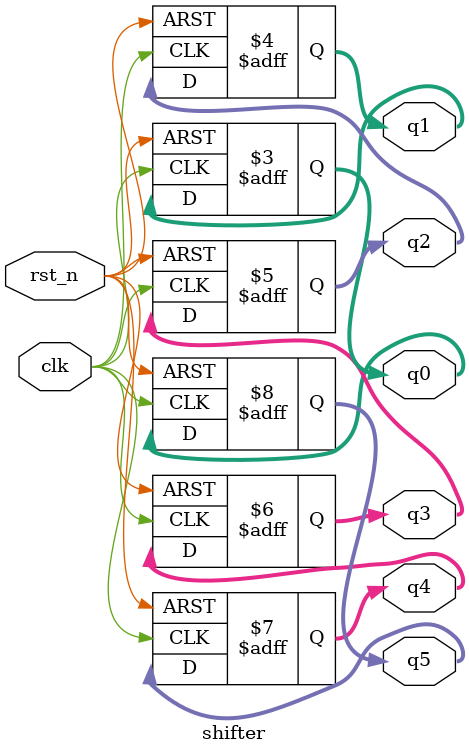
<source format=v>
`timescale 1ns / 1ps
`define BIT_WIDTH 4
module shifter(
	q0,q1,q2,q3,q4,q5, // shifter output
	clk, // global clock
	rst_n // active low reset
);
	output reg[`BIT_WIDTH-1:0] q0;
	output reg[`BIT_WIDTH-1:0] q1;
	output reg[`BIT_WIDTH-1:0] q2;
	output reg[`BIT_WIDTH-1:0] q3;
	output reg[`BIT_WIDTH-1:0] q4;
	output reg[`BIT_WIDTH-1:0] q5; // output
	input clk; // global clock
	input rst_n; // active low reset
	

// Sequential logics: Flip flops
always @(posedge clk or negedge rst_n)
	if (~rst_n)
		begin
			q0<=`BIT_WIDTH'b0000;
			q1<=`BIT_WIDTH'b0001;
			q2<=`BIT_WIDTH'b0010;
			q3<=`BIT_WIDTH'b0011;
			q4<=`BIT_WIDTH'b0100;
			q5<=`BIT_WIDTH'b0101;
		end
	else
		begin
			q0<=q1;
			q1<=q2;
			q2<=q3;
			q3<=q4;
			q4<=q5;
			q5<=q0;				
		end

endmodule		

</source>
